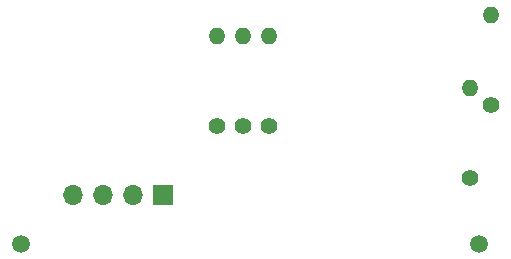
<source format=gbr>
%TF.GenerationSoftware,KiCad,Pcbnew,(6.0.11)*%
%TF.CreationDate,2023-02-10T16:12:38-06:00*%
%TF.ProjectId,leapsd,6c656170-7364-42e6-9b69-6361645f7063,rev?*%
%TF.SameCoordinates,Original*%
%TF.FileFunction,Soldermask,Bot*%
%TF.FilePolarity,Negative*%
%FSLAX46Y46*%
G04 Gerber Fmt 4.6, Leading zero omitted, Abs format (unit mm)*
G04 Created by KiCad (PCBNEW (6.0.11)) date 2023-02-10 16:12:38*
%MOMM*%
%LPD*%
G01*
G04 APERTURE LIST*
%ADD10C,1.400000*%
%ADD11O,1.400000X1.400000*%
%ADD12R,1.700000X1.700000*%
%ADD13O,1.700000X1.700000*%
%ADD14C,1.500000*%
G04 APERTURE END LIST*
D10*
%TO.C,10K*%
X197400000Y-60010000D03*
D11*
X197400000Y-52390000D03*
%TD*%
D12*
%TO.C,UART*%
X171400000Y-61425000D03*
D13*
X168860000Y-61425000D03*
X166320000Y-61425000D03*
X163780000Y-61425000D03*
%TD*%
D14*
%TO.C,REF\u002A\u002A*%
X198200000Y-65600000D03*
%TD*%
D11*
%TO.C,10K*%
X180400000Y-47990000D03*
D10*
X180400000Y-55610000D03*
%TD*%
%TO.C,300K*%
X199200000Y-53800000D03*
D11*
X199200000Y-46180000D03*
%TD*%
%TO.C,3K*%
X176000000Y-47980000D03*
D10*
X176000000Y-55600000D03*
%TD*%
%TO.C,10K*%
X178200000Y-55610000D03*
D11*
X178200000Y-47990000D03*
%TD*%
D14*
%TO.C,REF\u002A\u002A*%
X159400000Y-65600000D03*
%TD*%
M02*

</source>
